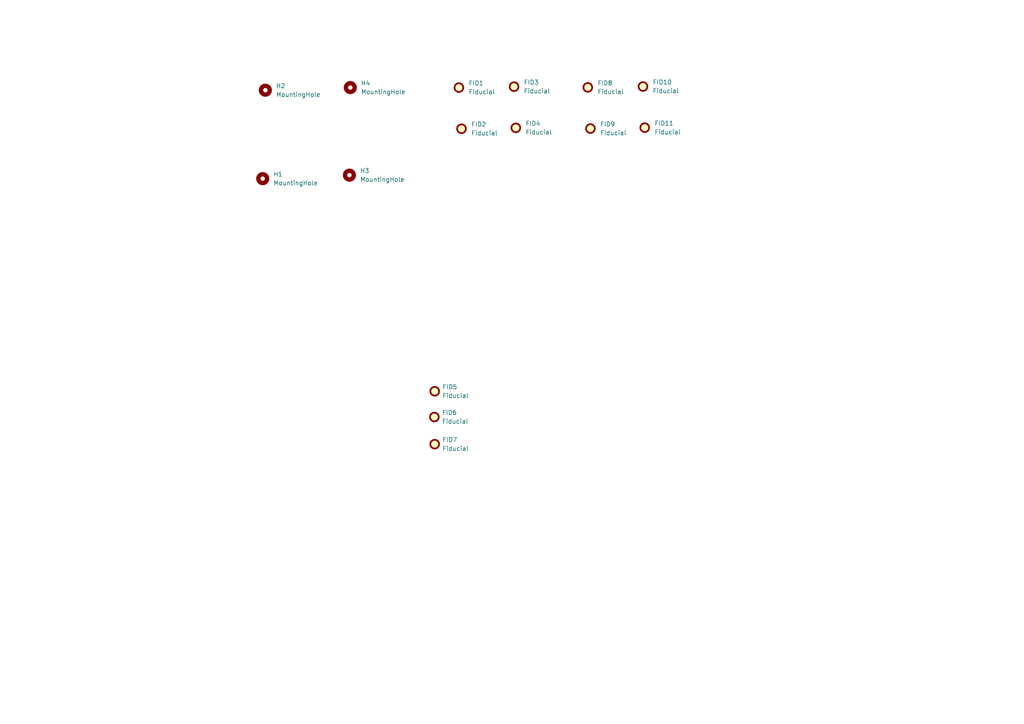
<source format=kicad_sch>
(kicad_sch (version 20211123) (generator eeschema)
  (paper "A4")
  (lib_symbols
    (symbol "Mechanical:Fiducial"
      (property "Reference" "FID" (at 0 5.08 0))
      (property "Value" "Fiducial" (at 0 3.175 0))
      (symbol "Fiducial_0_1"
        (circle (center 0 0) (radius 1.27) (stroke (width 0.508)) (fill (type background)))
      )
    )
    (symbol "Mechanical:MountingHole" (pin_names (offset 1.016))
      (property "Reference" "H" (at 0 5.08 0))
      (property "Value" "MountingHole" (at 0 3.175 0))
      (symbol "MountingHole_0_1"
        (circle (center 0 0) (radius 1.27) (stroke (width 1.27)))
      )
    )
  )
  (symbol (lib_id "Mechanical:Fiducial") (at 149.606 37.084 0) (unit 1)
    (property "Reference" "FID4" (at 152.4 35.8139 0) (effects (justify left)))
    (property "Value" "Fiducial" (at 152.4 38.3539 0) (effects (justify left)))
    (property "Footprint" "Panel:mouse-bite-2mm-slot" (effects hide))
  )
  (symbol (lib_id "Mechanical:MountingHole") (at 101.6 25.4 0) (unit 1)
    (property "Reference" "H4" (at 104.648 24.1299 0) (effects (justify left)))
    (property "Value" "MountingHole" (at 104.648 26.6699 0) (effects (justify left)))
    (property "Footprint" "MountingHole:MountingHole_3.2mm_M3_Pad_Via" (effects hide))
  )
  (symbol (lib_id "Mechanical:Fiducial") (at 133.096 25.4 0) (unit 1)
    (property "Reference" "FID1" (at 135.89 24.1299 0) (effects (justify left)))
    (property "Value" "Fiducial" (at 135.89 26.6699 0) (effects (justify left)))
    (property "Footprint" "Panel:mouse-bite-2mm-slot" (effects hide))
  )
  (symbol (lib_id "Mechanical:Fiducial") (at 171.2468 37.2872 0) (unit 1)
    (property "Reference" "FID9" (at 174.0408 36.0171 0) (effects (justify left)))
    (property "Value" "Fiducial" (at 174.0408 38.5571 0) (effects (justify left)))
    (property "Footprint" "Panel:mouse-bite-2mm-slot" (effects hide))
  )
  (symbol (lib_id "Mechanical:MountingHole") (at 76.962 26.162 0) (unit 1)
    (property "Reference" "H2" (at 80.01 24.8919 0) (effects (justify left)))
    (property "Value" "MountingHole" (at 80.01 27.4319 0) (effects (justify left)))
    (property "Footprint" "MountingHole:MountingHole_3.2mm_M3_Pad_Via" (effects hide))
  )
  (symbol (lib_id "Mechanical:Fiducial") (at 126.0856 113.4872 0) (unit 1)
    (property "Reference" "FID5" (at 128.27 112.2171 0) (effects (justify left)))
    (property "Value" "Fiducial" (at 128.27 114.7571 0) (effects (justify left)))
    (property "Footprint" "Fiducial:Fiducial_0.75mm_Mask1.5mm" (effects hide))
  )
  (symbol (lib_id "Mechanical:Fiducial") (at 186.4868 25.0952 0) (unit 1)
    (property "Reference" "FID10" (at 189.2808 23.8251 0) (effects (justify left)))
    (property "Value" "Fiducial" (at 189.2808 26.3651 0) (effects (justify left)))
    (property "Footprint" "Panel:mouse-bite-2mm-slot" (effects hide))
  )
  (symbol (lib_id "Mechanical:Fiducial") (at 149.098 25.146 0) (unit 1)
    (property "Reference" "FID3" (at 151.892 23.8759 0) (effects (justify left)))
    (property "Value" "Fiducial" (at 151.892 26.4159 0) (effects (justify left)))
    (property "Footprint" "Panel:mouse-bite-2mm-slot" (effects hide))
  )
  (symbol (lib_id "Mechanical:Fiducial") (at 125.984 120.9548 0) (unit 1)
    (property "Reference" "FID6" (at 128.1684 119.6847 0) (effects (justify left)))
    (property "Value" "Fiducial" (at 128.1684 122.2247 0) (effects (justify left)))
    (property "Footprint" "Fiducial:Fiducial_0.75mm_Mask1.5mm" (effects hide))
  )
  (symbol (lib_id "Mechanical:MountingHole") (at 76.2 51.816 0) (unit 1)
    (property "Reference" "H1" (at 79.248 50.5459 0) (effects (justify left)))
    (property "Value" "MountingHole" (at 79.248 53.0859 0) (effects (justify left)))
    (property "Footprint" "MountingHole:MountingHole_3.2mm_M3_Pad_Via" (effects hide))
  )
  (symbol (lib_id "Mechanical:MountingHole") (at 101.346 50.8 0) (unit 1)
    (property "Reference" "H3" (at 104.394 49.5299 0) (effects (justify left)))
    (property "Value" "MountingHole" (at 104.394 52.0699 0) (effects (justify left)))
    (property "Footprint" "MountingHole:MountingHole_3.2mm_M3_Pad_Via" (effects hide))
  )
  (symbol (lib_id "Mechanical:Fiducial") (at 186.9948 37.0332 0) (unit 1)
    (property "Reference" "FID11" (at 189.7888 35.7631 0) (effects (justify left)))
    (property "Value" "Fiducial" (at 189.7888 38.3031 0) (effects (justify left)))
    (property "Footprint" "Panel:mouse-bite-2mm-slot" (effects hide))
  )
  (symbol (lib_id "Mechanical:Fiducial") (at 126.0856 128.8288 0) (unit 1)
    (property "Reference" "FID7" (at 128.27 127.5587 0) (effects (justify left)))
    (property "Value" "Fiducial" (at 128.27 130.0987 0) (effects (justify left)))
    (property "Footprint" "Fiducial:Fiducial_0.75mm_Mask1.5mm" (effects hide))
  )
  (symbol (lib_id "Mechanical:Fiducial") (at 133.858 37.338 0) (unit 1)
    (property "Reference" "FID2" (at 136.652 36.0679 0) (effects (justify left)))
    (property "Value" "Fiducial" (at 136.652 38.6079 0) (effects (justify left)))
    (property "Footprint" "Panel:mouse-bite-2mm-slot" (effects hide))
  )
  (symbol (lib_id "Mechanical:Fiducial") (at 170.4848 25.3492 0) (unit 1)
    (property "Reference" "FID8" (at 173.2788 24.0791 0) (effects (justify left)))
    (property "Value" "Fiducial" (at 173.2788 26.6191 0) (effects (justify left)))
    (property "Footprint" "Panel:mouse-bite-2mm-slot" (effects hide))
  )
)
</source>
